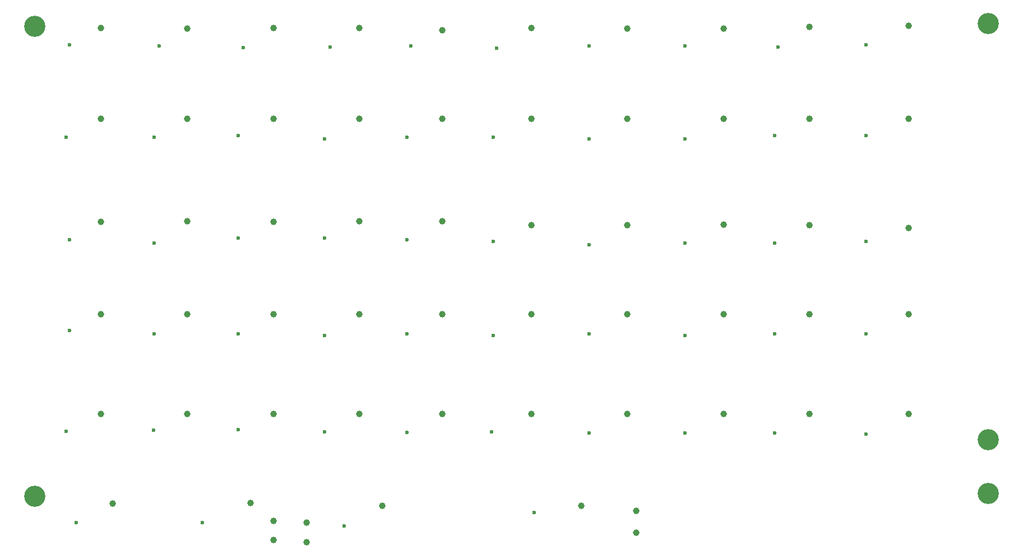
<source format=gbr>
%FSTAX25Y25*%
%MOMM*%
%SFA1B1*%

%IPPOS*%
%ADD24C,0.999998*%
%ADD25C,3.199994*%
%ADD26C,3.199994*%
%ADD27C,3.199994*%
%ADD28C,3.199994*%
%ADD29C,3.199994*%
%ADD30C,0.999998*%
%ADD31C,0.599999*%
%LNldo_test_pth_drill-1*%
%LPD*%
G54D24*
X7099998Y4582497D03*
Y4870881D03*
X7599997Y4549998D03*
Y4849997D03*
X11755597Y5099999D03*
X4669998Y5139997D03*
X6754997Y5144998D03*
X12449997Y6494998D03*
X13899997D03*
X15199997D03*
X16699999D03*
X9649998D03*
X8399998D03*
X7099998D03*
X5799998D03*
X4499998D03*
X16699999Y7999999D03*
X15199997D03*
X13899997D03*
X12449997D03*
X13899997Y9349999D03*
X10999998Y7999999D03*
X9649998D03*
X8399998D03*
X7099998D03*
X5799998D03*
X4499998D03*
X16699999Y9299999D03*
X15199997Y9344997D03*
X12449997D03*
X10999998D03*
X9649998Y9407499D03*
X8399998D03*
X7099998Y9393199D03*
X4499998Y9394997D03*
X5799998Y9407499D03*
X16699999Y10957499D03*
X15199997D03*
X13899997D03*
X12449997D03*
X10999998D03*
X9649998D03*
X8399998D03*
X7099998D03*
X5799998D03*
X4499998D03*
X16699999Y12355499D03*
X15199997Y12339398D03*
X13899997Y12316899D03*
X12449997Y12317498D03*
X9649998Y12294999D03*
X10999998Y12322497D03*
X8399998D03*
X7099998D03*
X5799998Y12319998D03*
X10999998Y6494998D03*
G54D25*
X17899999Y6106203D03*
G54D26*
X3499998Y5249999D03*
G54D27*
X17899999Y5289397D03*
G54D28*
X17899999Y12389398D03*
G54D29*
X3499998Y12349998D03*
G54D30*
X12584998Y4699998D03*
Y5024998D03*
X8749997Y5099999D03*
X4499998Y12322497D03*
G54D31*
X6024999Y4849997D03*
X8169998Y4799998D03*
X11041049Y4999997D03*
X4119999Y4849997D03*
X14669998Y7699999D03*
X13319998Y7674998D03*
X11869999Y7699999D03*
X10419999Y7674998D03*
X9119999Y7699999D03*
X7869999Y7674998D03*
X6569999Y7699999D03*
X5299999D03*
X4024998Y7749999D03*
Y9124998D03*
X5299999Y9074998D03*
X6569999Y9149999D03*
X7869999D03*
X9119999Y9124998D03*
X10419999Y9099999D03*
X7869999Y10649999D03*
X6569999Y10699998D03*
X5299999Y10674997D03*
X3969999D03*
X4024998Y12074999D03*
X5374998Y12049998D03*
X6649999Y12024997D03*
X7954998Y12037748D03*
X10419999Y10674997D03*
X9119999D03*
X9174998Y12049998D03*
X10474998Y12016249D03*
X13319998Y12049998D03*
X11869999D03*
X14724999Y12037748D03*
X16049998Y12074999D03*
X11869999Y10649999D03*
X13319998D03*
X14669998Y10699998D03*
X16049998D03*
X11869999Y9049999D03*
X13319998Y9074998D03*
X14669998D03*
X16052198Y9099999D03*
X16049998Y7699999D03*
X16052198Y6186398D03*
X14669998Y6202499D03*
X13319998Y6199997D03*
X11869999D03*
X10399999Y6219347D03*
X9119999Y6216197D03*
X7869999Y6219347D03*
X6569999Y6254998D03*
X5294998Y6249997D03*
X3969999Y6224998D03*
M02*
</source>
